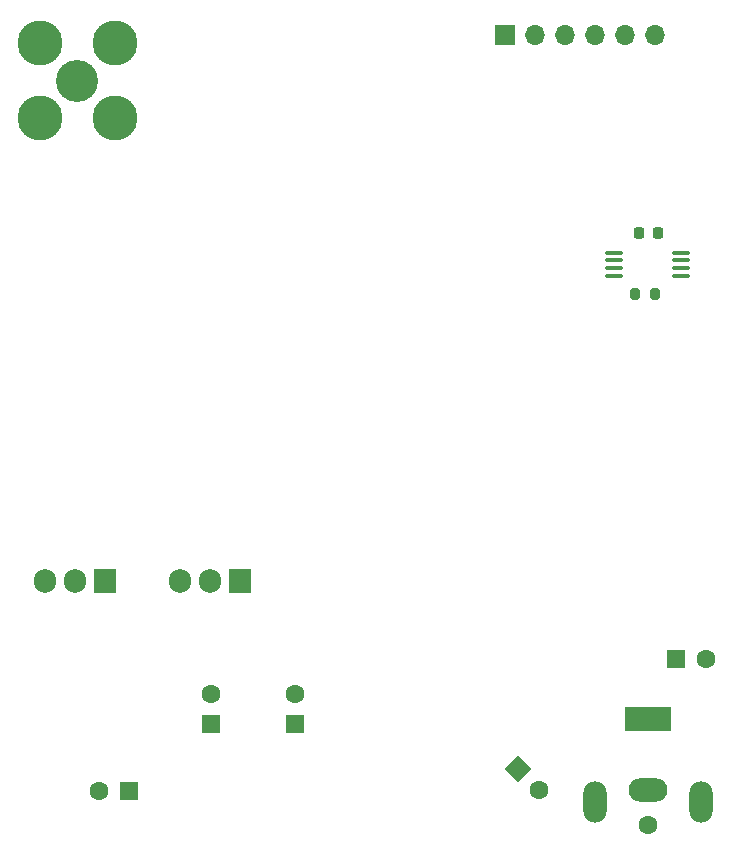
<source format=gbr>
%TF.GenerationSoftware,KiCad,Pcbnew,9.0.0-rc1-459-gb92bef8eee*%
%TF.CreationDate,2025-02-18T20:32:15+01:00*%
%TF.ProjectId,AWG101,41574731-3031-42e6-9b69-6361645f7063,rev?*%
%TF.SameCoordinates,Original*%
%TF.FileFunction,Soldermask,Bot*%
%TF.FilePolarity,Negative*%
%FSLAX46Y46*%
G04 Gerber Fmt 4.6, Leading zero omitted, Abs format (unit mm)*
G04 Created by KiCad (PCBNEW 9.0.0-rc1-459-gb92bef8eee) date 2025-02-18 20:32:15*
%MOMM*%
%LPD*%
G01*
G04 APERTURE LIST*
G04 Aperture macros list*
%AMRoundRect*
0 Rectangle with rounded corners*
0 $1 Rounding radius*
0 $2 $3 $4 $5 $6 $7 $8 $9 X,Y pos of 4 corners*
0 Add a 4 corners polygon primitive as box body*
4,1,4,$2,$3,$4,$5,$6,$7,$8,$9,$2,$3,0*
0 Add four circle primitives for the rounded corners*
1,1,$1+$1,$2,$3*
1,1,$1+$1,$4,$5*
1,1,$1+$1,$6,$7*
1,1,$1+$1,$8,$9*
0 Add four rect primitives between the rounded corners*
20,1,$1+$1,$2,$3,$4,$5,0*
20,1,$1+$1,$4,$5,$6,$7,0*
20,1,$1+$1,$6,$7,$8,$9,0*
20,1,$1+$1,$8,$9,$2,$3,0*%
%AMRotRect*
0 Rectangle, with rotation*
0 The origin of the aperture is its center*
0 $1 length*
0 $2 width*
0 $3 Rotation angle, in degrees counterclockwise*
0 Add horizontal line*
21,1,$1,$2,0,0,$3*%
G04 Aperture macros list end*
%ADD10R,1.700000X1.700000*%
%ADD11O,1.700000X1.700000*%
%ADD12RoundRect,0.100000X-0.637500X-0.100000X0.637500X-0.100000X0.637500X0.100000X-0.637500X0.100000X0*%
%ADD13RoundRect,0.200000X-0.200000X-0.275000X0.200000X-0.275000X0.200000X0.275000X-0.200000X0.275000X0*%
%ADD14RoundRect,0.225000X0.225000X0.250000X-0.225000X0.250000X-0.225000X-0.250000X0.225000X-0.250000X0*%
%ADD15O,2.000000X3.500000*%
%ADD16O,3.300000X2.000000*%
%ADD17R,4.000000X2.000000*%
%ADD18C,1.600000*%
%ADD19R,1.600000X1.600000*%
%ADD20RotRect,1.600000X1.600000X315.000000*%
%ADD21R,1.905000X2.000000*%
%ADD22O,1.905000X2.000000*%
%ADD23C,3.556000*%
%ADD24C,3.810000*%
G04 APERTURE END LIST*
D10*
%TO.C,J5*%
X72420000Y-98400000D03*
D11*
X74960000Y-98400000D03*
X77500000Y-98400000D03*
X80040000Y-98400000D03*
X82580000Y-98400000D03*
X85120000Y-98400000D03*
%TD*%
D12*
%TO.C,U4*%
X81637500Y-118775000D03*
X81637500Y-118125000D03*
X81637500Y-117475000D03*
X81637500Y-116825000D03*
X87362500Y-116825000D03*
X87362500Y-117475000D03*
X87362500Y-118125000D03*
X87362500Y-118775000D03*
%TD*%
D13*
%TO.C,R3*%
X83475000Y-120300000D03*
X85125000Y-120300000D03*
%TD*%
D14*
%TO.C,C56*%
X85375000Y-115200000D03*
X83825000Y-115200000D03*
%TD*%
D15*
%TO.C,J3*%
X89050000Y-163300000D03*
X80050000Y-163300000D03*
D16*
X84550000Y-162300000D03*
D17*
X84550000Y-156300000D03*
D18*
X84550000Y-165300000D03*
%TD*%
D19*
%TO.C,C18*%
X47545103Y-156704897D03*
D18*
X47545103Y-154204897D03*
%TD*%
D19*
%TO.C,C32*%
X86967621Y-151200000D03*
D18*
X89467621Y-151200000D03*
%TD*%
D20*
%TO.C,C41*%
X73544800Y-160578800D03*
D18*
X75312567Y-162346567D03*
%TD*%
D19*
%TO.C,C17*%
X40582380Y-162400000D03*
D18*
X38082380Y-162400000D03*
%TD*%
D19*
%TO.C,C16*%
X54647200Y-156731980D03*
D18*
X54647200Y-154231980D03*
%TD*%
D21*
%TO.C,U15*%
X38600000Y-144600000D03*
D22*
X36060000Y-144600000D03*
X33520001Y-144600000D03*
%TD*%
D21*
%TO.C,U10*%
X50000000Y-144600000D03*
D22*
X47460000Y-144600000D03*
X44920001Y-144600000D03*
%TD*%
D23*
%TO.C,J1*%
X36250000Y-102250000D03*
D24*
X33075000Y-99075000D03*
X33075000Y-105425000D03*
X39425000Y-99075000D03*
X39425000Y-105425000D03*
%TD*%
M02*

</source>
